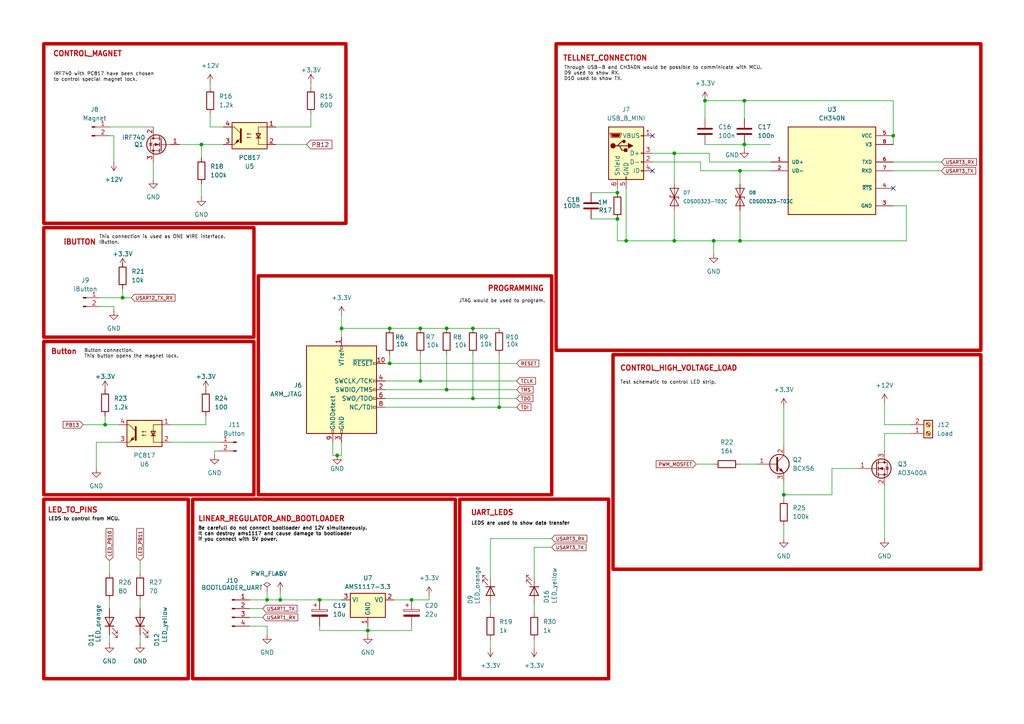
<source format=kicad_sch>
(kicad_sch (version 20250114) (generator "eeschema") (generator_version "9.0")
  (paper "A4")
  (title_block (title "ProgrammLockControl(Peripheria)") (date "2025-11-25") (rev "V2.0") (company "HOMEMADE"))
  (lib_symbols
    (symbol "CH340N:CH340N" (pin_names (offset 1.016))
      (property "Reference" "U" (at -12.7 13.208 0))
      (property "Value" "CH340N" (at -12.7 -15.24 0))
      (symbol "CH340N_0_0"
        (pin bidirectional line (at -17.78 2.54 0) (length 5.08) (name "UD+") (number "1"))
        (pin bidirectional line (at -17.78 0 0) (length 5.08) (name "UD-") (number "2"))
        (pin power_in line (at 17.78 10.16 180) (length 5.08) (name "VCC") (number "5"))
        (pin power_in line (at 17.78 7.62 180) (length 5.08) (name "V3") (number "8"))
        (pin output line (at 17.78 2.54 180) (length 5.08) (name "TXD") (number "6"))
        (pin input line (at 17.78 0 180) (length 5.08) (name "RXD") (number "7"))
        (pin output line (at 17.78 -5.08 180) (length 5.08) (name "~{RTS}") (number "4"))
        (pin power_in line (at 17.78 -10.16 180) (length 5.08) (name "GND") (number "3"))
      )
    )
    (symbol "Connector:Conn_01x02_Pin" (pin_names (offset 1.016) (hide yes))
      (property "Reference" "J" (at 0 2.54 0))
      (property "Value" "Conn_01x02_Pin" (at 0 -5.08 0))
      (symbol "Conn_01x02_Pin_1_1"
        (pin passive line (at 5.08 0 180) (length 3.81) (name "Pin_1") (number "1"))
        (pin passive line (at 5.08 -2.54 180) (length 3.81) (name "Pin_2") (number "2"))
      )
    )
    (symbol "Connector:Conn_01x04_Pin" (pin_names (offset 1.016) (hide yes))
      (property "Reference" "J" (at 0 5.08 0))
      (property "Value" "Conn_01x04_Pin" (at 0 -7.62 0))
      (symbol "Conn_01x04_Pin_1_1"
        (pin passive line (at 5.08 2.54 180) (length 3.81) (name "Pin_1") (number "1"))
        (pin passive line (at 5.08 0 180) (length 3.81) (name "Pin_2") (number "2"))
        (pin passive line (at 5.08 -2.54 180) (length 3.81) (name "Pin_3") (number "3"))
        (pin passive line (at 5.08 -5.08 180) (length 3.81) (name "Pin_4") (number "4"))
      )
    )
    (symbol "Connector:Conn_ARM_JTAG_SWD_10" (pin_names (offset 1.016))
      (property "Reference" "J" (at -2.54 16.51 0))
      (property "Value" "Conn_ARM_JTAG_SWD_10" (at -2.54 13.97 0))
      (symbol "Conn_ARM_JTAG_SWD_10_1_1"
        (pin no_connect line (at -10.16 0 0) (length 2.54) (hide yes) (name "KEY") (number "7"))
        (pin passive line (at -2.54 -15.24 90) (length 2.54) (name "GNDDetect") (number "9"))
        (pin power_in line (at 0 15.24 270) (length 2.54) (name "VTref") (number "1"))
        (pin power_in line (at 0 -15.24 90) (length 2.54) (name "GND") (number "3"))
        (pin passive line (at 0 -15.24 90) (length 2.54) (hide yes) (name "GND") (number "5"))
        (pin open_collector line (at 12.7 7.62 180) (length 2.54) (name "~{RESET}") (number "10"))
        (pin output line (at 12.7 2.54 180) (length 2.54) (name "SWCLK/TCK") (number "4"))
        (pin bidirectional line (at 12.7 0 180) (length 2.54) (name "SWDIO/TMS") (number "2"))
        (pin input line (at 12.7 -2.54 180) (length 2.54) (name "SWO/TDO") (number "6"))
        (pin output line (at 12.7 -5.08 180) (length 2.54) (name "NC/TDI") (number "8"))
      )
    )
    (symbol "Connector:Screw_Terminal_01x02" (pin_names (offset 1.016) (hide yes))
      (property "Reference" "J12" (at 2.54 0.0001 0))
      (property "Value" "Load" (at 2.54 -2.5399 0))
      (symbol "Screw_Terminal_01x02_1_1"
        (pin passive line (at -5.08 0 0) (length 3.81) (name "Pin_1") (number "2"))
        (pin passive line (at -5.08 -2.54 0) (length 3.81) (name "Pin_2") (number "1"))
      )
    )
    (symbol "Connector:USB_B_Micro" (pin_names (offset 1.016))
      (property "Reference" "J" (at -5.08 11.43 0))
      (property "Value" "USB_B_Micro" (at -5.08 8.89 0))
      (symbol "USB_B_Micro_1_1"
        (pin passive line (at -2.54 -10.16 90) (length 2.54) (name "Shield") (number "6"))
        (pin power_out line (at 0 -10.16 90) (length 2.54) (name "GND") (number "5"))
        (pin power_out line (at 7.62 5.08 180) (length 2.54) (name "VBUS") (number "1"))
        (pin bidirectional line (at 7.62 0 180) (length 2.54) (name "D+") (number "3"))
        (pin bidirectional line (at 7.62 -2.54 180) (length 2.54) (name "D-") (number "2"))
        (pin passive line (at 7.62 -5.08 180) (length 2.54) (name "ID") (number "4"))
      )
    )
    (symbol "Device:C" (pin_numbers (hide yes)) (pin_names (offset 0.254))
      (property "Reference" "C" (at 0.635 2.54 0))
      (property "Value" "C" (at 0.635 -2.54 0))
      (symbol "C_1_1"
        (pin passive line (at 0 3.81 270) (length 2.794) (name "~") (number "1"))
        (pin passive line (at 0 -3.81 90) (length 2.794) (name "~") (number "2"))
      )
    )
    (symbol "Device:C_Polarized" (pin_numbers (hide yes)) (pin_names (offset 0.254))
      (property "Reference" "C" (at 0.635 2.54 0))
      (property "Value" "C_Polarized" (at 0.635 -2.54 0))
      (symbol "C_Polarized_1_1"
        (pin passive line (at 0 3.81 270) (length 2.794) (name "~") (number "1"))
        (pin passive line (at 0 -3.81 90) (length 2.794) (name "~") (number "2"))
      )
    )
    (symbol "Device:LED" (pin_numbers (hide yes)) (pin_names (offset 1.016) (hide yes))
      (property "Reference" "D" (at 0 2.54 0))
      (property "Value" "LED" (at 0 -2.54 0))
      (symbol "LED_1_1"
        (pin passive line (at -3.81 0 0) (length 2.54) (name "K") (number "1"))
        (pin passive line (at 3.81 0 180) (length 2.54) (name "A") (number "2"))
      )
    )
    (symbol "Device:R" (pin_numbers (hide yes)) (pin_names (offset 0))
      (property "Reference" "R" (at 2.032 0 90))
      (property "Value" "R" (at 0 0 90))
      (symbol "R_1_1"
        (pin passive line (at 0 3.81 270) (length 1.27) (name "~") (number "1"))
        (pin passive line (at 0 -3.81 90) (length 1.27) (name "~") (number "2"))
      )
    )
    (symbol "Diode:SD05_SOD323" (pin_numbers (hide yes)) (pin_names (offset 1.016) (hide yes))
      (property "Reference" "D" (at 0 2.54 0))
      (property "Value" "SD05_SOD323" (at 0 -2.54 0))
      (symbol "SD05_SOD323_1_1"
        (pin passive line (at -3.81 0 0) (length 2.54) (name "A1") (number "1"))
        (pin passive line (at 3.81 0 180) (length 2.54) (name "A2") (number "2"))
      )
    )
    (symbol "Isolator:PC817" (pin_names (offset 1.016))
      (property "Reference" "U" (at -5.08 5.08 0))
      (property "Value" "PC817" (at 0 5.08 0))
      (symbol "PC817_1_1"
        (pin passive line (at -7.62 2.54 0) (length 2.54) (name "~") (number "1"))
        (pin passive line (at -7.62 -2.54 0) (length 2.54) (name "~") (number "2"))
        (pin passive line (at 7.62 2.54 180) (length 2.54) (name "~") (number "4"))
        (pin passive line (at 7.62 -2.54 180) (length 2.54) (name "~") (number "3"))
      )
    )
    (symbol "Regulator_Linear:AMS1117-3.3"
      (property "Reference" "U" (at -3.81 3.175 0))
      (property "Value" "AMS1117-3.3" (at 0 3.175 0))
      (symbol "AMS1117-3.3_1_1"
        (pin power_in line (at -7.62 0 0) (length 2.54) (name "VI") (number "3"))
        (pin power_in line (at 0 -7.62 90) (length 2.54) (name "GND") (number "1"))
        (pin power_out line (at 7.62 0 180) (length 2.54) (name "VO") (number "2"))
      )
    )
    (symbol "Transistor_BJT:BCX56" (pin_names (offset 0) (hide yes))
      (property "Reference" "Q" (at 5.08 1.905 0))
      (property "Value" "BCX56" (at 5.08 0 0))
      (symbol "BCX56_1_1"
        (pin input line (at -5.08 0 0) (length 2.54) (name "B") (number "1"))
        (pin passive line (at 2.54 5.08 270) (length 2.54) (name "C") (number "2"))
        (pin passive line (at 2.54 -5.08 90) (length 2.54) (name "E") (number "3"))
      )
    )
    (symbol "Transistor_FET:AO3400A" (pin_names (hide yes))
      (property "Reference" "Q" (at 5.08 1.905 0))
      (property "Value" "AO3400A" (at 5.08 0 0))
      (symbol "AO3400A_1_1"
        (pin input line (at -5.08 0 0) (length 2.54) (name "G") (number "1"))
        (pin passive line (at 2.54 5.08 270) (length 2.54) (name "D") (number "3"))
        (pin passive line (at 2.54 -5.08 90) (length 2.54) (name "S") (number "2"))
      )
    )
    (symbol "Transistor_FET:IRF740" (pin_names (hide yes))
      (property "Reference" "Q" (at 5.08 1.905 0))
      (property "Value" "IRF740" (at 5.08 0 0))
      (symbol "IRF740_1_1"
        (pin input line (at -5.08 0 0) (length 2.54) (name "G") (number "1"))
        (pin passive line (at 2.54 5.08 270) (length 2.54) (name "D") (number "2"))
        (pin passive line (at 2.54 -5.08 90) (length 2.54) (name "S") (number "3"))
      )
    )
    (symbol "power:+12V" (power) (pin_numbers (hide yes)) (pin_names (offset 0) (hide yes))
      (property "Value" "+12V" (at 0 3.556 0))
      (symbol "+12V_1_1"
        (pin power_in line (at 0 0 90) (length 0) (name "~") (number "1"))
      )
    )
    (symbol "power:+3.3V" (power) (pin_numbers (hide yes)) (pin_names (offset 0) (hide yes))
      (property "Value" "+3.3V" (at 0 3.556 0))
      (symbol "+3.3V_1_1"
        (pin power_in line (at 0 0 90) (length 0) (name "~") (number "1"))
      )
    )
    (symbol "power:+5V" (power) (pin_numbers (hide yes)) (pin_names (offset 0) (hide yes))
      (property "Value" "+5V" (at 0 3.556 0))
      (symbol "+5V_1_1"
        (pin power_in line (at 0 0 90) (length 0) (name "~") (number "1"))
      )
    )
    (symbol "power:GND" (power) (pin_numbers (hide yes)) (pin_names (offset 0) (hide yes))
      (property "Value" "GND" (at 0 -3.81 0))
      (symbol "GND_1_1"
        (pin power_in line (at 0 0 270) (length 0) (name "~") (number "1"))
      )
    )
    (symbol "power:PWR_FLAG" (power) (pin_numbers (hide yes)) (pin_names (offset 0) (hide yes))
      (property "Value" "PWR_FLAG" (at 0 3.81 0))
      (symbol "PWR_FLAG_0_0"
        (pin power_out line (at 0 0 90) (length 0) (name "~") (number "1"))
      )
    )
  )
  (rectangle (start 177.8 102.87) (end 284.48 165.1) (stroke (width 1) (color 194 0 0 1)))
  (rectangle (start 74.93 80.01) (end 160.02 143.51) (stroke (width 1) (color 194 0 0 1)))
  (rectangle (start 161.29 12.7) (end 284.48 101.6) (stroke (width 1) (color 194 0 0 1)))
  (rectangle (start 12.7 99.06) (end 73.66 143.51) (stroke (width 1) (color 194 0 0 1)))
  (rectangle (start 55.88 144.78) (end 132.08 196.85) (stroke (width 1) (color 194 0 0 1)))
  (rectangle (start 12.7 144.78) (end 54.61 196.85) (stroke (width 1) (color 194 0 0 1)))
  (rectangle (start 12.7 12.7) (end 100.33 64.77) (stroke (width 1) (color 194 0 0 1)))
  (rectangle (start 133.35 144.78) (end 176.53 196.85) (stroke (width 1) (color 194 0 0 1)))
  (rectangle (start 97.79 64.77) (end 97.79 64.77))
  (rectangle (start 12.7 66.04) (end 73.66 97.79) (stroke (width 1) (color 194 0 0 1)))
  (text "Be carefull do not connect bootloader and 12V simultaneously.\nIt can destroy ams1117 and cause damage to bootloader \nif you connect with 5V power. " (at 57.404 154.94 0) (effects (font (size 1 1) (thickness 0.1875)) (justify left)))
  (text "CONTROL_MAGNET" (at 25.4 15.748 0) (effects (font (size 1.5 1.5) (thickness 0.3) (bold yes))))
  (text "LEDS to control from MCU." (at 13.97 150.622 0) (effects (font (size 1 1) (thickness 0.1875)) (justify left)))
  (text "Test schematic to control LED strip. " (at 179.832 110.998 0) (effects (font (size 1 1) (thickness 0.125)) (justify left)))
  (text "JTAG would be used to program." (at 133.096 87.376 0) (effects (font (size 1 1) (thickness 0.125)) (justify left)))
  (text "Button" (at 18.542 102.108 0) (effects (font (size 1.5 1.5) (thickness 0.3) (bold yes))))
  (text "LED_TO_PINS" (at 21.082 148.082 0) (effects (font (size 1.5 1.5) (thickness 0.3) (bold yes))))
  (text "TELLNET_CONNECTION" (at 175.514 17.018 0) (effects (font (size 1.5 1.5) (thickness 0.3) (bold yes))))
  (text "IRF740 with PC817 have been chosen\nto control special magnet lock. " (at 15.494 22.352 0) (effects (font (size 1 1) (thickness 0.125)) (justify left)))
  (text "Button connection.\nThis button opens the magnet lock." (at 24.384 102.616 0) (effects (font (size 1 1) (thickness 0.125)) (justify left)))
  (text "Through USB-B and CH340N would be possible to comminicate with MCU.\nD9 used to show RX.\nD10 used to show TX." (at 163.576 21.336 0) (effects (font (size 1 1) (thickness 0.125)) (justify left)))
  (text "UART_LEDS" (at 142.748 148.844 0) (effects (font (size 1.5 1.5) (thickness 0.3) (bold yes))))
  (text "LINEAR_REGULATOR_AND_BOOTLOADER" (at 78.74 150.622 0) (effects (font (size 1.5 1.5) (thickness 0.3) (bold yes))))
  (text "LEDS are used to show data transfer" (at 136.652 151.892 0) (effects (font (size 1 1) (thickness 0.1875)) (justify left)))
  (text "PROGRAMMING" (at 149.606 83.82 0) (effects (font (size 1.5 1.5) (thickness 0.3) (bold yes))))
  (text "iBUTTON" (at 23.114 70.358 0) (effects (font (size 1.5 1.5) (thickness 0.3) (bold yes))))
  (text "This connection is used as ONE WIRE interface.\nIButton." (at 28.702 69.596 0) (effects (font (size 1 1) (thickness 0.125)) (justify left)))
  (text "CONTROL_HIGH_VOLTAGE_LOAD" (at 196.85 106.934 0) (effects (font (size 1.5 1.5) (thickness 0.3) (bold yes))))
  (junction (at 137.16 115.57))
  (junction (at 179.07 63.5))
  (junction (at 195.58 69.85))
  (junction (at 99.06 95.25))
  (junction (at 259.08 39.37))
  (junction (at 113.03 105.41))
  (junction (at 97.79 132.08))
  (junction (at 106.68 182.88))
  (junction (at 179.07 55.88))
  (junction (at 195.58 44.45))
  (junction (at 77.47 173.99))
  (junction (at 58.42 41.91))
  (junction (at 113.03 95.25))
  (junction (at 119.38 173.99))
  (junction (at 81.28 173.99))
  (junction (at 181.61 69.85))
  (junction (at 129.54 113.03))
  (junction (at 137.16 95.25))
  (junction (at 204.47 29.21))
  (junction (at 30.48 123.19))
  (junction (at 92.71 173.99))
  (junction (at 121.92 110.49))
  (junction (at 129.54 95.25))
  (junction (at 144.78 118.11))
  (junction (at 214.63 69.85))
  (junction (at 215.9 41.91))
  (junction (at 121.92 95.25))
  (junction (at 207.01 69.85))
  (junction (at 215.9 29.21))
  (junction (at 35.56 86.36))
  (junction (at 214.63 49.53))
  (junction (at 227.33 143.51))
  (no_connect (at 189.23 39.37))
  (no_connect (at 189.23 49.53))
  (no_connect (at 259.08 54.61))
  (wire (pts (xy 195.58 60.96) (xy 195.58 69.85)))
  (wire (pts (xy 256.54 116.84) (xy 256.54 123.19)))
  (wire (pts (xy 129.54 95.25) (xy 137.16 95.25)))
  (wire (pts (xy 29.21 86.36) (xy 35.56 86.36)))
  (wire (pts (xy 31.75 162.56) (xy 31.75 166.37)))
  (wire (pts (xy 40.64 173.99) (xy 40.64 176.53)))
  (wire (pts (xy 256.54 123.19) (xy 264.16 123.19)))
  (wire (pts (xy 27.94 128.27) (xy 27.94 135.89)))
  (wire (pts (xy 203.2 49.53) (xy 214.63 49.53)))
  (wire (pts (xy 35.56 86.36) (xy 38.1 86.36)))
  (wire (pts (xy 215.9 29.21) (xy 215.9 34.29)))
  (wire (pts (xy 80.01 36.83) (xy 90.17 36.83)))
  (wire (pts (xy 129.54 113.03) (xy 149.86 113.03)))
  (wire (pts (xy 59.69 120.65) (xy 59.69 123.19)))
  (wire (pts (xy 214.63 60.96) (xy 214.63 69.85)))
  (wire (pts (xy 72.39 179.07) (xy 76.2 179.07)))
  (wire (pts (xy 181.61 69.85) (xy 195.58 69.85)))
  (wire (pts (xy 195.58 44.45) (xy 205.74 44.45)))
  (wire (pts (xy 40.64 184.15) (xy 40.64 186.69)))
  (wire (pts (xy 113.03 95.25) (xy 121.92 95.25)))
  (wire (pts (xy 24.13 123.19) (xy 30.48 123.19)))
  (wire (pts (xy 205.74 46.99) (xy 223.52 46.99)))
  (wire (pts (xy 227.33 143.51) (xy 241.3 143.51)))
  (wire (pts (xy 215.9 41.91) (xy 215.9 43.18)))
  (wire (pts (xy 201.93 134.62) (xy 207.01 134.62)))
  (wire (pts (xy 171.45 63.5) (xy 179.07 63.5)))
  (wire (pts (xy 154.94 158.75) (xy 160.02 158.75)))
  (wire (pts (xy 189.23 44.45) (xy 195.58 44.45)))
  (wire (pts (xy 58.42 41.91) (xy 64.77 41.91)))
  (wire (pts (xy 60.96 24.13) (xy 60.96 25.4)))
  (wire (pts (xy 111.76 118.11) (xy 144.78 118.11)))
  (wire (pts (xy 49.53 128.27) (xy 63.5 128.27)))
  (wire (pts (xy 96.52 132.08) (xy 97.79 132.08)))
  (wire (pts (xy 142.24 156.21) (xy 160.02 156.21)))
  (wire (pts (xy 214.63 69.85) (xy 207.01 69.85)))
  (wire (pts (xy 111.76 115.57) (xy 137.16 115.57)))
  (wire (pts (xy 60.96 33.02) (xy 60.96 36.83)))
  (wire (pts (xy 121.92 110.49) (xy 149.86 110.49)))
  (wire (pts (xy 33.02 88.9) (xy 33.02 90.17)))
  (wire (pts (xy 77.47 181.61) (xy 77.47 184.15)))
  (wire (pts (xy 63.5 130.81) (xy 62.23 130.81)))
  (wire (pts (xy 259.08 49.53) (xy 273.05 49.53)))
  (wire (pts (xy 144.78 118.11) (xy 149.86 118.11)))
  (wire (pts (xy 256.54 140.97) (xy 256.54 156.21)))
  (wire (pts (xy 29.21 88.9) (xy 33.02 88.9)))
  (wire (pts (xy 119.38 173.99) (xy 124.46 173.99)))
  (wire (pts (xy 81.28 171.45) (xy 81.28 173.99)))
  (wire (pts (xy 77.47 173.99) (xy 81.28 173.99)))
  (wire (pts (xy 35.56 83.82) (xy 35.56 86.36)))
  (wire (pts (xy 241.3 135.89) (xy 248.92 135.89)))
  (wire (pts (xy 62.23 130.81) (xy 62.23 132.08)))
  (wire (pts (xy 92.71 181.61) (xy 92.71 182.88)))
  (wire (pts (xy 90.17 24.13) (xy 90.17 25.4)))
  (wire (pts (xy 259.08 39.37) (xy 259.08 41.91)))
  (wire (pts (xy 142.24 175.26) (xy 142.24 177.8)))
  (wire (pts (xy 44.45 46.99) (xy 44.45 52.07)))
  (wire (pts (xy 181.61 54.61) (xy 181.61 69.85)))
  (wire (pts (xy 142.24 156.21) (xy 142.24 167.64)))
  (wire (pts (xy 207.01 69.85) (xy 207.01 73.66)))
  (wire (pts (xy 90.17 36.83) (xy 90.17 33.02)))
  (wire (pts (xy 58.42 53.34) (xy 58.42 57.15)))
  (wire (pts (xy 227.33 143.51) (xy 227.33 144.78)))
  (wire (pts (xy 119.38 181.61) (xy 119.38 182.88)))
  (wire (pts (xy 33.02 39.37) (xy 33.02 46.99)))
  (wire (pts (xy 72.39 176.53) (xy 76.2 176.53)))
  (wire (pts (xy 99.06 95.25) (xy 113.03 95.25)))
  (wire (pts (xy 99.06 91.44) (xy 99.06 95.25)))
  (wire (pts (xy 52.07 41.91) (xy 58.42 41.91)))
  (wire (pts (xy 27.94 128.27) (xy 34.29 128.27)))
  (wire (pts (xy 124.46 172.72) (xy 124.46 173.99)))
  (wire (pts (xy 204.47 41.91) (xy 215.9 41.91)))
  (wire (pts (xy 80.01 41.91) (xy 88.9 41.91)))
  (wire (pts (xy 227.33 139.7) (xy 227.33 143.51)))
  (wire (pts (xy 241.3 143.51) (xy 241.3 135.89)))
  (wire (pts (xy 214.63 69.85) (xy 262.89 69.85)))
  (wire (pts (xy 171.45 55.88) (xy 179.07 55.88)))
  (wire (pts (xy 137.16 102.87) (xy 137.16 115.57)))
  (wire (pts (xy 215.9 41.91) (xy 223.52 41.91)))
  (wire (pts (xy 214.63 49.53) (xy 223.52 49.53)))
  (wire (pts (xy 189.23 46.99) (xy 203.2 46.99)))
  (wire (pts (xy 111.76 105.41) (xy 113.03 105.41)))
  (wire (pts (xy 259.08 29.21) (xy 259.08 39.37)))
  (wire (pts (xy 49.53 123.19) (xy 59.69 123.19)))
  (wire (pts (xy 205.74 44.45) (xy 205.74 46.99)))
  (wire (pts (xy 99.06 95.25) (xy 99.06 97.79)))
  (wire (pts (xy 92.71 182.88) (xy 106.68 182.88)))
  (wire (pts (xy 60.96 36.83) (xy 64.77 36.83)))
  (wire (pts (xy 58.42 41.91) (xy 58.42 45.72)))
  (wire (pts (xy 77.47 171.45) (xy 77.47 173.99)))
  (wire (pts (xy 195.58 44.45) (xy 195.58 53.34)))
  (wire (pts (xy 144.78 102.87) (xy 144.78 118.11)))
  (wire (pts (xy 154.94 175.26) (xy 154.94 177.8)))
  (wire (pts (xy 99.06 132.08) (xy 97.79 132.08)))
  (wire (pts (xy 214.63 134.62) (xy 219.71 134.62)))
  (wire (pts (xy 179.07 69.85) (xy 181.61 69.85)))
  (wire (pts (xy 96.52 128.27) (xy 96.52 132.08)))
  (wire (pts (xy 31.75 184.15) (xy 31.75 186.69)))
  (wire (pts (xy 204.47 29.21) (xy 215.9 29.21)))
  (wire (pts (xy 106.68 181.61) (xy 106.68 182.88)))
  (wire (pts (xy 215.9 29.21) (xy 259.08 29.21)))
  (wire (pts (xy 113.03 102.87) (xy 113.03 105.41)))
  (wire (pts (xy 137.16 115.57) (xy 149.86 115.57)))
  (wire (pts (xy 30.48 123.19) (xy 34.29 123.19)))
  (wire (pts (xy 72.39 181.61) (xy 77.47 181.61)))
  (wire (pts (xy 262.89 69.85) (xy 262.89 59.69)))
  (wire (pts (xy 72.39 173.99) (xy 77.47 173.99)))
  (wire (pts (xy 204.47 29.21) (xy 204.47 34.29)))
  (wire (pts (xy 113.03 105.41) (xy 149.86 105.41)))
  (wire (pts (xy 121.92 95.25) (xy 129.54 95.25)))
  (wire (pts (xy 262.89 59.69) (xy 259.08 59.69)))
  (wire (pts (xy 154.94 185.42) (xy 154.94 187.96)))
  (wire (pts (xy 121.92 102.87) (xy 121.92 110.49)))
  (wire (pts (xy 227.33 152.4) (xy 227.33 156.21)))
  (wire (pts (xy 92.71 173.99) (xy 99.06 173.99)))
  (wire (pts (xy 227.33 118.11) (xy 227.33 129.54)))
  (wire (pts (xy 119.38 182.88) (xy 106.68 182.88)))
  (wire (pts (xy 195.58 69.85) (xy 207.01 69.85)))
  (wire (pts (xy 35.56 76.2) (xy 35.56 77.47)))
  (wire (pts (xy 179.07 54.61) (xy 179.07 55.88)))
  (wire (pts (xy 40.64 162.56) (xy 40.64 166.37)))
  (wire (pts (xy 256.54 125.73) (xy 256.54 130.81)))
  (wire (pts (xy 30.48 120.65) (xy 30.48 123.19)))
  (wire (pts (xy 111.76 110.49) (xy 121.92 110.49)))
  (wire (pts (xy 31.75 173.99) (xy 31.75 176.53)))
  (wire (pts (xy 214.63 49.53) (xy 214.63 53.34)))
  (wire (pts (xy 203.2 46.99) (xy 203.2 49.53)))
  (wire (pts (xy 154.94 167.64) (xy 154.94 158.75)))
  (wire (pts (xy 31.75 36.83) (xy 44.45 36.83)))
  (wire (pts (xy 114.3 173.99) (xy 119.38 173.99)))
  (wire (pts (xy 81.28 173.99) (xy 92.71 173.99)))
  (wire (pts (xy 33.02 39.37) (xy 31.75 39.37)))
  (wire (pts (xy 142.24 185.42) (xy 142.24 187.96)))
  (wire (pts (xy 111.76 113.03) (xy 129.54 113.03)))
  (wire (pts (xy 264.16 125.73) (xy 256.54 125.73)))
  (wire (pts (xy 99.06 128.27) (xy 99.06 132.08)))
  (wire (pts (xy 106.68 182.88) (xy 106.68 184.15)))
  (wire (pts (xy 137.16 95.25) (xy 144.78 95.25)))
  (wire (pts (xy 129.54 102.87) (xy 129.54 113.03)))
  (wire (pts (xy 259.08 46.99) (xy 273.05 46.99)))
  (wire (pts (xy 179.07 63.5) (xy 179.07 69.85)))
  (global_label "USART1_RX" (shape input) (at 76.2 179.07 0) (effects (font (size 1 1))) (property "Intersheetrefs" "${INTERSHEET_REFS}" (effects (hide yes))))
  (global_label "USART3_RX" (shape input) (at 273.05 46.99 0) (effects (font (size 1 1))) (property "Intersheetrefs" "${INTERSHEET_REFS}" (effects (hide yes))))
  (global_label "TCLK" (shape input) (at 149.86 110.49 0) (effects (font (size 1 1))) (property "Intersheetrefs" "${INTERSHEET_REFS}" (effects (hide yes))))
  (global_label "USART3_TX" (shape input) (at 273.05 49.53 0) (effects (font (size 1 1))) (property "Intersheetrefs" "${INTERSHEET_REFS}" (effects (hide yes))))
  (global_label "PB12" (shape input) (at 88.9 41.91 0) (property "Intersheetrefs" "${INTERSHEET_REFS}" (effects (hide yes))))
  (global_label "PB13" (shape input) (at 24.13 123.19 180) (effects (font (size 1 1))) (property "Intersheetrefs" "${INTERSHEET_REFS}" (effects (hide yes))))
  (global_label "TMS" (shape input) (at 149.86 113.03 0) (effects (font (size 1 1))) (property "Intersheetrefs" "${INTERSHEET_REFS}" (effects (hide yes))))
  (global_label "USART3_TX" (shape input) (at 160.02 158.75 0) (effects (font (size 1 1))) (property "Intersheetrefs" "${INTERSHEET_REFS}" (effects (hide yes))))
  (global_label "LED_PB11" (shape input) (at 40.64 162.56 90) (effects (font (size 1 1))) (property "Intersheetrefs" "${INTERSHEET_REFS}" (effects (hide yes))))
  (global_label "USART3_RX" (shape input) (at 160.02 156.21 0) (effects (font (size 1 1))) (property "Intersheetrefs" "${INTERSHEET_REFS}" (effects (hide yes))))
  (global_label "TDI" (shape input) (at 149.86 118.11 0) (effects (font (size 1 1))) (property "Intersheetrefs" "${INTERSHEET_REFS}" (effects (hide yes))))
  (global_label "TDO" (shape input) (at 149.86 115.57 0) (effects (font (size 1 1))) (property "Intersheetrefs" "${INTERSHEET_REFS}" (effects (hide yes))))
  (global_label "LED_PB10" (shape input) (at 31.75 162.56 90) (effects (font (size 1 1))) (property "Intersheetrefs" "${INTERSHEET_REFS}" (effects (hide yes))))
  (global_label "USART2_TX_RX" (shape input) (at 38.1 86.36 0) (effects (font (size 1 1))) (property "Intersheetrefs" "${INTERSHEET_REFS}" (effects (hide yes))))
  (global_label "RESET" (shape input) (at 149.86 105.41 0) (effects (font (size 1 1))) (property "Intersheetrefs" "${INTERSHEET_REFS}" (effects (hide yes))))
  (global_label "USART1_TX" (shape input) (at 76.2 176.53 0) (effects (font (size 1 1))) (property "Intersheetrefs" "${INTERSHEET_REFS}" (effects (hide yes))))
  (global_label "PWM_MOSFET" (shape input) (at 201.93 134.62 180) (effects (font (size 1 1))) (property "Intersheetrefs" "${INTERSHEET_REFS}" (effects (hide yes))))
  (symbol (lib_id "power:+3.3V") (at 59.69 113.03 0) (unit 1)
    (property "Reference" "#PWR048" (effects (hide yes)))
    (property "Value" "+3.3V" (at 59.69 109.22 0))
    (property "Description" "Power symbol creates a global label with name \"+3.3V\"" (effects (hide yes)))
  )
  (symbol (lib_id "Device:LED") (at 31.75 180.34 90) (unit 1)
    (property "Reference" "D11" (at 26.416 183.642 0) (effects (justify right)))
    (property "Value" "LED_orange" (at 28.448 175.26 0) (effects (justify right)))
    (property "Footprint" "LED_SMD:LED_1206_3216Metric" (effects (hide yes)))
    (property "Description" "Light emitting diode" (effects (hide yes)))
    (property "Sim.Pins" "1=K 2=A" (effects (hide yes)))
  )
  (symbol (lib_id "Device:R") (at 142.24 181.61 0) (unit 1)
    (property "Reference" "R19" (at 144.78 180.3399 0) (effects (justify left)))
    (property "Value" "1k" (at 144.78 182.8799 0) (effects (justify left)))
    (property "Footprint" "Resistor_SMD:R_1206_3216Metric_Pad1.30x1.75mm_HandSolder" (effects (hide yes)))
    (property "Description" "Resistor" (effects (hide yes)))
  )
  (symbol (lib_id "Device:LED") (at 40.64 180.34 90) (unit 1)
    (property "Reference" "D12" (at 45.466 183.642 0) (effects (justify right)))
    (property "Value" "LED_yellow" (at 47.752 186.436 0) (effects (justify left)))
    (property "Footprint" "LED_SMD:LED_1206_3216Metric" (effects (hide yes)))
    (property "Description" "Light emitting diode" (effects (hide yes)))
    (property "Sim.Pins" "1=K 2=A" (effects (hide yes)))
  )
  (symbol (lib_id "power:GND") (at 40.64 186.69 0) (unit 1)
    (property "Reference" "#PWR054" (effects (hide yes)))
    (property "Value" "GND" (at 40.64 191.77 0))
    (property "Description" "Power symbol creates a global label with name \"GND\" , ground" (effects (hide yes)))
  )
  (symbol (lib_id "Device:LED") (at 154.94 171.45 270) (unit 1)
    (property "Reference" "D16" (at 158.496 175.006 0) (effects (justify right)))
    (property "Value" "LED_yellow" (at 160.782 164.592 0) (effects (justify left)))
    (property "Footprint" "LED_SMD:LED_1206_3216Metric" (effects (hide yes)))
    (property "Description" "Light emitting diode" (effects (hide yes)))
    (property "Sim.Pins" "1=K 2=A" (effects (hide yes)))
  )
  (symbol (lib_id "power:+3.3V") (at 154.94 187.96 180) (unit 1)
    (property "Reference" "#PWR062" (effects (hide yes)))
    (property "Value" "+3.3V" (at 154.94 193.04 0))
    (property "Description" "Power symbol creates a global label with name \"+3.3V\"" (effects (hide yes)))
  )
  (symbol (lib_id "power:GND") (at 62.23 132.08 0) (mirror y) (unit 1)
    (property "Reference" "#PWR051" (effects (hide yes)))
    (property "Value" "GND" (at 62.23 137.16 0))
    (property "Description" "Power symbol creates a global label with name \"GND\" , ground" (effects (hide yes)))
  )
  (symbol (lib_id "power:GND") (at 33.02 90.17 0) (unit 1)
    (property "Reference" "#PWR044" (effects (hide yes)))
    (property "Value" "GND" (at 33.02 95.25 0))
    (property "Description" "Power symbol creates a global label with name \"GND\" , ground" (effects (hide yes)))
  )
  (symbol (lib_id "Device:R") (at 144.78 99.06 0) (unit 1)
    (property "Reference" "R10" (at 146.558 97.79 0) (effects (justify left)))
    (property "Value" "10k" (at 146.812 99.822 0) (effects (justify left)))
    (property "Footprint" "Resistor_SMD:R_1206_3216Metric_Pad1.30x1.75mm_HandSolder" (effects (hide yes)))
    (property "Description" "Resistor" (effects (hide yes)))
  )
  (symbol (lib_id "Device:R") (at 30.48 116.84 0) (unit 1)
    (property "Reference" "R23" (at 33.02 115.5699 0) (effects (justify left)))
    (property "Value" "1.2k" (at 33.02 118.1099 0) (effects (justify left)))
    (property "Footprint" "Resistor_SMD:R_1206_3216Metric_Pad1.30x1.75mm_HandSolder" (effects (hide yes)))
    (property "Description" "Resistor" (effects (hide yes)))
  )
  (symbol (lib_id "Device:R") (at 40.64 170.18 0) (unit 1)
    (property "Reference" "R27" (at 43.18 168.9099 0) (effects (justify left)))
    (property "Value" "70" (at 43.18 171.4499 0) (effects (justify left)))
    (property "Footprint" "Resistor_SMD:R_1206_3216Metric_Pad1.30x1.75mm_HandSolder" (effects (hide yes)))
    (property "Description" "Resistor" (effects (hide yes)))
  )
  (symbol (lib_id "Connector:Conn_01x04_Pin") (at 67.31 176.53 0) (unit 1)
    (property "Reference" "J10" (at 67.31 168.402 0))
    (property "Value" "BOOTLOADER_UART" (at 67.31 170.434 0))
    (property "Footprint" "Connector_PinHeader_2.54mm:PinHeader_1x04_P2.54mm_Vertical" (effects (hide yes)))
    (property "Description" "Generic connector, single row, 01x04, script generated" (effects (hide yes)))
  )
  (symbol (lib_id "power:+3.3V") (at 142.24 187.96 180) (unit 1)
    (property "Reference" "#PWR041" (effects (hide yes)))
    (property "Value" "+3.3V" (at 142.24 193.04 0))
    (property "Description" "Power symbol creates a global label with name \"+3.3V\"" (effects (hide yes)))
  )
  (symbol (lib_id "power:GND") (at 77.47 184.15 0) (unit 1)
    (property "Reference" "#PWR057" (effects (hide yes)))
    (property "Value" "GND" (at 77.47 189.23 0))
    (property "Description" "Power symbol creates a global label with name \"GND\" , ground" (effects (hide yes)))
  )
  (symbol (lib_id "Isolator:PC817") (at 72.39 39.37 0) (mirror y) (unit 1)
    (property "Reference" "U5" (at 72.39 48.26 0))
    (property "Value" "PC817" (at 72.39 45.72 0))
    (property "Footprint" "Package_DIP:SMDIP-4_W7.62mm" (effects (hide yes)))
    (property "Datasheet" "http://www.soselectronic.cz/a_info/resource/d/pc817.pdf" (effects (hide yes)))
    (property "Description" "DC Optocoupler, Vce 35V, CTR 50-300%, DIP-4" (effects (hide yes)))
  )
  (symbol (lib_id "Device:R") (at 31.75 170.18 0) (unit 1)
    (property "Reference" "R26" (at 34.29 168.9099 0) (effects (justify left)))
    (property "Value" "80" (at 34.29 171.4499 0) (effects (justify left)))
    (property "Footprint" "Resistor_SMD:R_1206_3216Metric_Pad1.30x1.75mm_HandSolder" (effects (hide yes)))
    (property "Description" "Resistor" (effects (hide yes)))
  )
  (symbol (lib_id "Transistor_FET:IRF740") (at 46.99 41.91 0) (mirror y) (unit 1)
    (property "Reference" "Q1" (at 41.656 41.91 0) (effects (justify left)))
    (property "Value" "IRF740" (at 42.164 39.878 0) (effects (justify left)))
    (property "Footprint" "Package_TO_SOT_THT:TO-220-3_Vertical" (effects (hide yes)))
    (property "Datasheet" "http://www.vishay.com/docs/91054/91054.pdf" (effects (hide yes)))
    (property "Description" "10A Id, 400V Vds, N-Channel Power MOSFET, 500mOhm Rds, TO-220AB" (effects (hide yes)))
  )
  (symbol (lib_id "power:+3.3V") (at 227.33 118.11 0) (unit 1)
    (property "Reference" "#PWR046" (effects (hide yes)))
    (property "Value" "+3.3V" (at 227.33 113.03 0))
    (property "Description" "Power symbol creates a global label with name \"+3.3V\"" (effects (hide yes)))
  )
  (symbol (lib_id "Device:LED") (at 142.24 171.45 270) (unit 1)
    (property "Reference" "D9" (at 136.398 175.26 0) (effects (justify right)))
    (property "Value" "LED_orange" (at 138.43 175.26 0) (effects (justify right)))
    (property "Footprint" "LED_SMD:LED_1206_3216Metric" (effects (hide yes)))
    (property "Description" "Light emitting diode" (effects (hide yes)))
    (property "Sim.Pins" "1=K 2=A" (effects (hide yes)))
  )
  (symbol (lib_id "power:+3.3V") (at 124.46 172.72 0) (unit 1)
    (property "Reference" "#PWR060" (effects (hide yes)))
    (property "Value" "+3.3V" (at 124.46 167.64 0))
    (property "Description" "Power symbol creates a global label with name \"+3.3V\"" (effects (hide yes)))
  )
  (symbol (lib_id "power:+3.3V") (at 90.17 24.13 0) (unit 1)
    (property "Reference" "#PWR034" (effects (hide yes)))
    (property "Value" "+3.3V" (at 90.17 20.32 0))
    (property "Description" "Power symbol creates a global label with name \"+3.3V\"" (effects (hide yes)))
  )
  (symbol (lib_id "Device:C_Polarized") (at 92.71 177.8 0) (unit 1)
    (property "Reference" "C19" (at 96.52 175.6409 0) (effects (justify left)))
    (property "Value" "10u" (at 96.52 178.1809 0) (effects (justify left)))
    (property "Footprint" "Capacitor_Tantalum_SMD:CP_EIA-3216-12_Kemet-S_HandSolder" (effects (hide yes)))
    (property "Description" "Polarized capacitor" (effects (hide yes)))
  )
  (symbol (lib_id "Connector:Conn_ARM_JTAG_SWD_10") (at 99.06 113.03 0) (unit 1)
    (property "Reference" "J6" (at 87.63 111.7599 0) (effects (justify right)))
    (property "Value" "ARM_JTAG" (at 87.63 114.2999 0) (effects (justify right)))
    (property "Footprint" "Connector_PinHeader_2.54mm:PinHeader_2x05_P2.54mm_Vertical" (effects (hide yes)))
    (property "Datasheet" "http://infocenter.arm.com/help/topic/com.arm.doc.ddi0314h/DDI0314H_coresight_components_trm.pdf" (effects (hide yes)))
    (property "Description" "Cortex Debug Connector, standard ARM Cortex-M SWD and JTAG interface" (effects (hide yes)))
  )
  (symbol (lib_id "power:PWR_FLAG") (at 77.47 171.45 0) (unit 1)
    (property "Reference" "#FLG04" (effects (hide yes)))
    (property "Value" "PWR_FLAG" (at 77.47 166.37 0))
    (property "Description" "Special symbol for telling ERC where power comes from" (effects (hide yes)))
  )
  (symbol (lib_id "Connector:Conn_01x02_Pin") (at 26.67 36.83 0) (unit 1)
    (property "Reference" "J8" (at 27.432 31.75 0))
    (property "Value" "Magnet" (at 27.432 34.29 0))
    (property "Footprint" "Connector_Phoenix_MC:PhoenixContact_MC_1,5_2-G-3.5_1x02_P3.50mm_Horizontal" (effects (hide yes)))
    (property "Description" "Generic connector, single row, 01x02, script generated" (effects (hide yes)))
  )
  (symbol (lib_id "power:+12V") (at 33.02 46.99 180) (unit 1)
    (property "Reference" "#PWR037" (effects (hide yes)))
    (property "Value" "+12V" (at 33.02 52.07 0))
    (property "Description" "Power symbol creates a global label with name \"+12V\"" (effects (hide yes)))
  )
  (symbol (lib_id "Device:C") (at 204.47 38.1 0) (unit 1)
    (property "Reference" "C16" (at 208.28 36.8299 0) (effects (justify left)))
    (property "Value" "100n" (at 208.28 39.3699 0) (effects (justify left)))
    (property "Footprint" "Capacitor_SMD:C_1206_3216Metric_Pad1.33x1.80mm_HandSolder" (effects (hide yes)))
    (property "Description" "Unpolarized capacitor" (effects (hide yes)))
  )
  (symbol (lib_id "Connector:Conn_01x02_Pin") (at 24.13 86.36 0) (unit 1)
    (property "Reference" "J9" (at 24.765 81.28 0))
    (property "Value" "iButton" (at 24.765 83.82 0))
    (property "Footprint" "Connector_Phoenix_MC:PhoenixContact_MC_1,5_2-G-3.5_1x02_P3.50mm_Horizontal" (effects (hide yes)))
    (property "Description" "Generic connector, single row, 01x02, script generated" (effects (hide yes)))
  )
  (symbol (lib_id "power:GND") (at 97.79 132.08 0) (unit 1)
    (property "Reference" "#PWR032" (effects (hide yes)))
    (property "Value" "GND" (at 97.79 135.89 0))
    (property "Description" "Power symbol creates a global label with name \"GND\" , ground" (effects (hide yes)))
  )
  (symbol (lib_id "Device:R") (at 121.92 99.06 0) (unit 1)
    (property "Reference" "R7" (at 123.444 97.79 0) (effects (justify left)))
    (property "Value" "10k" (at 123.698 100.076 0) (effects (justify left)))
    (property "Footprint" "Resistor_SMD:R_1206_3216Metric_Pad1.30x1.75mm_HandSolder" (effects (hide yes)))
    (property "Description" "Resistor" (effects (hide yes)))
  )
  (symbol (lib_id "Device:R") (at 210.82 134.62 90) (unit 1)
    (property "Reference" "R22" (at 210.82 128.27 90))
    (property "Value" "16k" (at 210.82 130.81 90))
    (property "Footprint" "Resistor_SMD:R_1206_3216Metric_Pad1.30x1.75mm_HandSolder" (effects (hide yes)))
    (property "Description" "Resistor" (effects (hide yes)))
  )
  (symbol (lib_id "Device:R") (at 179.07 59.69 180) (unit 1)
    (property "Reference" "R17" (at 177.546 60.96 0) (effects (justify left)))
    (property "Value" "1M" (at 176.276 58.674 0) (effects (justify left)))
    (property "Footprint" "Resistor_SMD:R_1206_3216Metric_Pad1.30x1.75mm_HandSolder" (effects (hide yes)))
    (property "Description" "Resistor" (effects (hide yes)))
  )
  (symbol (lib_id "power:GND") (at 215.9 43.18 0) (unit 1)
    (property "Reference" "#PWR036" (effects (hide yes)))
    (property "Value" "GND" (at 212.344 44.958 0))
    (property "Description" "Power symbol creates a global label with name \"GND\" , ground" (effects (hide yes)))
  )
  (symbol (lib_id "Transistor_FET:AO3400A") (at 254 135.89 0) (unit 1)
    (property "Reference" "Q3" (at 260.35 134.6199 0) (effects (justify left)))
    (property "Value" "AO3400A" (at 260.35 137.1599 0) (effects (justify left)))
    (property "Footprint" "Package_TO_SOT_SMD:SOT-23_Handsoldering" (effects (hide yes)))
    (property "Datasheet" "http://www.aosmd.com/pdfs/datasheet/AO3400A.pdf" (effects (hide yes)))
    (property "Description" "30V Vds, 5.7A Id, N-Channel MOSFET, SOT-23" (effects (hide yes)))
  )
  (symbol (lib_id "Device:R") (at 113.03 99.06 0) (unit 1)
    (property "Reference" "R6" (at 114.554 97.79 0) (effects (justify left)))
    (property "Value" "10k" (at 114.808 99.822 0) (effects (justify left)))
    (property "Footprint" "Resistor_SMD:R_1206_3216Metric_Pad1.30x1.75mm_HandSolder" (effects (hide yes)))
    (property "Description" "Resistor" (effects (hide yes)))
  )
  (symbol (lib_id "power:+5V") (at 81.28 171.45 0) (unit 1)
    (property "Reference" "#PWR058" (effects (hide yes)))
    (property "Value" "+5V" (at 81.28 166.37 0))
    (property "Description" "Power symbol creates a global label with name \"+5V\"" (effects (hide yes)))
  )
  (symbol (lib_id "power:+3.3V") (at 35.56 77.47 0) (unit 1)
    (property "Reference" "#PWR043" (effects (hide yes)))
    (property "Value" "+3.3V" (at 35.56 73.66 0))
    (property "Description" "Power symbol creates a global label with name \"+3.3V\"" (effects (hide yes)))
  )
  (symbol (lib_id "Connector:Conn_01x02_Pin") (at 68.58 128.27 0) (mirror y) (unit 1)
    (property "Reference" "J11" (at 67.945 123.19 0))
    (property "Value" "Button" (at 67.945 125.73 0))
    (property "Footprint" "Connector_Phoenix_MC:PhoenixContact_MC_1,5_2-G-3.5_1x02_P3.50mm_Horizontal" (effects (hide yes)))
    (property "Description" "Generic connector, single row, 01x02, script generated" (effects (hide yes)))
  )
  (symbol (lib_id "Device:R") (at 129.54 99.06 0) (unit 1)
    (property "Reference" "R8" (at 131.318 97.79 0) (effects (justify left)))
    (property "Value" "10k" (at 131.826 100.076 0) (effects (justify left)))
    (property "Footprint" "Resistor_SMD:R_1206_3216Metric_Pad1.30x1.75mm_HandSolder" (effects (hide yes)))
    (property "Description" "Resistor" (effects (hide yes)))
  )
  (symbol (lib_id "power:+3.3V") (at 204.47 29.21 0) (unit 1)
    (property "Reference" "#PWR033" (effects (hide yes)))
    (property "Value" "+3.3V" (at 204.47 24.13 0))
    (property "Description" "Power symbol creates a global label with name \"+3.3V\"" (effects (hide yes)))
  )
  (symbol (lib_id "power:GND") (at 256.54 156.21 0) (unit 1)
    (property "Reference" "#PWR050" (effects (hide yes)))
    (property "Value" "GND" (at 256.54 161.29 0))
    (property "Description" "Power symbol creates a global label with name \"GND\" , ground" (effects (hide yes)))
  )
  (symbol (lib_id "Device:R") (at 154.94 181.61 0) (unit 1)
    (property "Reference" "R30" (at 157.48 180.3399 0) (effects (justify left)))
    (property "Value" "1k" (at 157.48 182.8799 0) (effects (justify left)))
    (property "Footprint" "Resistor_SMD:R_1206_3216Metric_Pad1.30x1.75mm_HandSolder" (effects (hide yes)))
    (property "Description" "Resistor" (effects (hide yes)))
  )
  (symbol (lib_id "Device:R") (at 137.16 99.06 0) (unit 1)
    (property "Reference" "R9" (at 138.938 97.79 0) (effects (justify left)))
    (property "Value" "10k" (at 139.192 99.822 0) (effects (justify left)))
    (property "Footprint" "Resistor_SMD:R_1206_3216Metric_Pad1.30x1.75mm_HandSolder" (effects (hide yes)))
    (property "Description" "Resistor" (effects (hide yes)))
  )
  (symbol (lib_id "Connector:Screw_Terminal_01x02") (at 269.24 123.19 0) (unit 1)
    (property "Reference" "J12" (at 271.78 123.1899 0) (effects (justify left)))
    (property "Value" "Load" (at 271.78 125.7299 0) (effects (justify left)))
    (property "Footprint" "TerminalBlock_Phoenix:TerminalBlock_Phoenix_MKDS-1,5-2-5.08_1x02_P5.08mm_Horizontal" (effects (hide yes)))
    (property "Description" "Generic screw terminal, single row, 01x02, script generated (kicad-library-utils/schlib/autogen/connector/)" (effects (hide yes)))
  )
  (symbol (lib_id "Device:R") (at 58.42 49.53 0) (unit 1)
    (property "Reference" "R18" (at 60.96 48.2599 0) (effects (justify left)))
    (property "Value" "100k" (at 60.96 50.7999 0) (effects (justify left)))
    (property "Footprint" "Resistor_SMD:R_1206_3216Metric_Pad1.30x1.75mm_HandSolder" (effects (hide yes)))
    (property "Description" "Resistor" (effects (hide yes)))
  )
  (symbol (lib_id "CH340N:CH340N") (at 241.3 49.53 0) (unit 1)
    (property "Reference" "U3" (at 241.3 31.75 0))
    (property "Value" "CH340N" (at 241.3 34.29 0))
    (property "Footprint" "CH340N:SOIC127P600X160-8N" (effects (hide yes)))
    (property "MF" "WCH" (effects (hide yes)))
    (property "MAXIMUM_PACKAGE_HEIGHT" "1.6mm" (effects (hide yes)))
    (property "Package" "Package" (effects (hide yes)))
    (property "Price" "None" (effects (hide yes)))
    (property "Check_prices" "https://www.snapeda.com/parts/CH340N/WCH/view-part/?ref=eda" (effects (hide yes)))
    (property "STANDARD" "IPC 7351B" (effects (hide yes)))
    (property "PARTREV" "V3C" (effects (hide yes)))
    (property "SnapEDA_Link" "https://www.snapeda.com/parts/CH340N/WCH/view-part/?ref=snap" (effects (hide yes)))
    (property "MP" "CH340N" (effects (hide yes)))
    (property "Description_1" "USB to Serial Port Chip" (effects (hide yes)))
    (property "Availability" "Not in stock" (effects (hide yes)))
    (property "MANUFACTURER" "WCH" (effects (hide yes)))
  )
  (symbol (lib_id "Device:R") (at 59.69 116.84 0) (unit 1)
    (property "Reference" "R24" (at 62.23 115.5699 0) (effects (justify left)))
    (property "Value" "100" (at 62.23 118.1099 0) (effects (justify left)))
    (property "Footprint" "Resistor_SMD:R_1206_3216Metric_Pad1.30x1.75mm_HandSolder" (effects (hide yes)))
    (property "Description" "Resistor" (effects (hide yes)))
  )
  (symbol (lib_id "Diode:SD05_SOD323") (at 214.63 57.15 90) (unit 1)
    (property "Reference" "D8" (at 217.17 55.8799 90) (effects (font (size 1 1)) (justify right)))
    (property "Value" "CDSOD323-T03C" (at 217.17 58.4199 90) (effects (font (size 1 1)) (justify right)))
    (property "Footprint" "Diode_SMD:D_SOD-323_HandSoldering" (effects (hide yes)))
    (property "Datasheet" "https://www.littelfuse.com/~/media/electronics/datasheets/tvs_diode_arrays/littelfuse_tvs_diode_array_sd_c_datasheet.pdf.pdf" (effects (hide yes)))
    (property "Description" "5V, 450W Discrete Bidirectional TVS Diode, SOD-323" (effects (hide yes)))
  )
  (symbol (lib_id "Connector:USB_B_Micro") (at 181.61 44.45 0) (unit 1)
    (property "Reference" "J7" (at 181.61 31.75 0))
    (property "Value" "USB_B_MINI" (at 181.61 34.29 0))
    (property "Footprint" "Connector_USB:USB_Mini-B_Lumberg_2486_01_Horizontal" (effects (hide yes)))
    (property "Description" "USB Micro Type B connector" (effects (hide yes)))
  )
  (symbol (lib_id "Diode:SD05_SOD323") (at 195.58 57.15 90) (unit 1)
    (property "Reference" "D7" (at 198.12 55.8799 90) (effects (font (size 1 1)) (justify right)))
    (property "Value" "CDSOD323-T03C" (at 198.12 58.4199 90) (effects (font (size 1 1)) (justify right)))
    (property "Footprint" "Diode_SMD:D_SOD-323_HandSoldering" (effects (hide yes)))
    (property "Datasheet" "https://www.littelfuse.com/~/media/electronics/datasheets/tvs_diode_arrays/littelfuse_tvs_diode_array_sd_c_datasheet.pdf.pdf" (effects (hide yes)))
    (property "Description" "5V, 450W Discrete Bidirectional TVS Diode, SOD-323" (effects (hide yes)))
  )
  (symbol (lib_id "Regulator_Linear:AMS1117-3.3") (at 106.68 173.99 0) (unit 1)
    (property "Reference" "U7" (at 106.68 167.64 0))
    (property "Value" "AMS1117-3.3" (at 106.68 170.18 0))
    (property "Footprint" "Package_TO_SOT_SMD:SOT-223-3_TabPin2" (effects (hide yes)))
    (property "Datasheet" "http://www.advanced-monolithic.com/pdf/ds1117.pdf" (effects (hide yes)))
    (property "Description" "1A Low Dropout regulator, positive, 3.3V fixed output, SOT-223" (effects (hide yes)))
  )
  (symbol (lib_id "power:+3.3V") (at 99.06 91.44 0) (unit 1)
    (property "Reference" "#PWR022" (effects (hide yes)))
    (property "Value" "+3.3V" (at 99.06 86.36 0))
    (property "Description" "Power symbol creates a global label with name \"+3.3V\"" (effects (hide yes)))
  )
  (symbol (lib_id "Device:C") (at 215.9 38.1 0) (unit 1)
    (property "Reference" "C17" (at 219.71 36.8299 0) (effects (justify left)))
    (property "Value" "100n" (at 219.71 39.3699 0) (effects (justify left)))
    (property "Footprint" "Capacitor_SMD:C_1206_3216Metric_Pad1.33x1.80mm_HandSolder" (effects (hide yes)))
    (property "Description" "Unpolarized capacitor" (effects (hide yes)))
  )
  (symbol (lib_id "Device:R") (at 227.33 148.59 0) (unit 1)
    (property "Reference" "R25" (at 229.87 147.3199 0) (effects (justify left)))
    (property "Value" "100k" (at 229.87 149.8599 0) (effects (justify left)))
    (property "Footprint" "Resistor_SMD:R_1206_3216Metric_Pad1.30x1.75mm_HandSolder" (effects (hide yes)))
    (property "Description" "Resistor" (effects (hide yes)))
  )
  (symbol (lib_id "power:GND") (at 207.01 73.66 0) (unit 1)
    (property "Reference" "#PWR040" (effects (hide yes)))
    (property "Value" "GND" (at 207.01 78.74 0))
    (property "Description" "Power symbol creates a global label with name \"GND\" , ground" (effects (hide yes)))
  )
  (symbol (lib_id "power:GND") (at 44.45 52.07 0) (unit 1)
    (property "Reference" "#PWR038" (effects (hide yes)))
    (property "Value" "GND" (at 44.45 57.15 0))
    (property "Description" "Power symbol creates a global label with name \"GND\" , ground" (effects (hide yes)))
  )
  (symbol (lib_id "power:+12V") (at 256.54 116.84 0) (unit 1)
    (property "Reference" "#PWR045" (effects (hide yes)))
    (property "Value" "+12V" (at 256.54 111.76 0))
    (property "Description" "Power symbol creates a global label with name \"+12V\"" (effects (hide yes)))
  )
  (symbol (lib_id "Device:R") (at 60.96 29.21 0) (unit 1)
    (property "Reference" "R16" (at 63.5 27.9399 0) (effects (justify left)))
    (property "Value" "1.2k" (at 63.5 30.4799 0) (effects (justify left)))
    (property "Footprint" "Resistor_SMD:R_1206_3216Metric_Pad1.30x1.75mm_HandSolder" (effects (hide yes)))
    (property "Description" "Resistor" (effects (hide yes)))
  )
  (symbol (lib_id "power:GND") (at 58.42 57.15 0) (unit 1)
    (property "Reference" "#PWR039" (effects (hide yes)))
    (property "Value" "GND" (at 58.42 62.23 0))
    (property "Description" "Power symbol creates a global label with name \"GND\" , ground" (effects (hide yes)))
  )
  (symbol (lib_id "Device:R") (at 90.17 29.21 0) (unit 1)
    (property "Reference" "R15" (at 92.71 27.9399 0) (effects (justify left)))
    (property "Value" "600" (at 92.71 30.4799 0) (effects (justify left)))
    (property "Footprint" "Resistor_SMD:R_1206_3216Metric_Pad1.30x1.75mm_HandSolder" (effects (hide yes)))
    (property "Description" "Resistor" (effects (hide yes)))
  )
  (symbol (lib_id "power:GND") (at 31.75 186.69 0) (unit 1)
    (property "Reference" "#PWR053" (effects (hide yes)))
    (property "Value" "GND" (at 31.75 191.77 0))
    (property "Description" "Power symbol creates a global label with name \"GND\" , ground" (effects (hide yes)))
  )
  (symbol (lib_id "power:GND") (at 27.94 135.89 0) (unit 1)
    (property "Reference" "#PWR052" (effects (hide yes)))
    (property "Value" "GND" (at 27.94 140.97 0))
    (property "Description" "Power symbol creates a global label with name \"GND\" , ground" (effects (hide yes)))
  )
  (symbol (lib_id "power:+3.3V") (at 30.48 113.03 0) (unit 1)
    (property "Reference" "#PWR047" (effects (hide yes)))
    (property "Value" "+3.3V" (at 30.48 109.22 0))
    (property "Description" "Power symbol creates a global label with name \"+3.3V\"" (effects (hide yes)))
  )
  (symbol (lib_id "power:GND") (at 106.68 184.15 0) (unit 1)
    (property "Reference" "#PWR059" (effects (hide yes)))
    (property "Value" "GND" (at 106.68 189.23 0))
    (property "Description" "Power symbol creates a global label with name \"GND\" , ground" (effects (hide yes)))
  )
  (symbol (lib_id "Transistor_BJT:BCX56") (at 224.79 134.62 0) (unit 1)
    (property "Reference" "Q2" (at 229.87 133.3499 0) (effects (justify left)))
    (property "Value" "BCX56" (at 229.87 135.8899 0) (effects (justify left)))
    (property "Footprint" "Package_TO_SOT_SMD:SOT-89-3_Handsoldering" (effects (hide yes)))
    (property "Datasheet" "https://www.nxp.com/docs/en/data-sheet/BCP56_BCX56_BC56PA.pdf" (effects (hide yes)))
    (property "Description" "1A Ic, 80V Vce, NPN Medium Power Transistor, SOT-89" (effects (hide yes)))
  )
  (symbol (lib_id "Device:C") (at 171.45 59.69 0) (unit 1)
    (property "Reference" "C18" (at 164.338 57.912 0) (effects (justify left)))
    (property "Value" "100n" (at 163.322 59.69 0) (effects (justify left)))
    (property "Footprint" "Capacitor_SMD:C_1206_3216Metric_Pad1.33x1.80mm_HandSolder" (effects (hide yes)))
    (property "Description" "Unpolarized capacitor" (effects (hide yes)))
  )
  (symbol (lib_id "power:+12V") (at 60.96 24.13 0) (unit 1)
    (property "Reference" "#PWR035" (effects (hide yes)))
    (property "Value" "+12V" (at 60.96 19.05 0))
    (property "Description" "Power symbol creates a global label with name \"+12V\"" (effects (hide yes)))
  )
  (symbol (lib_id "power:GND") (at 227.33 156.21 0) (unit 1)
    (property "Reference" "#PWR049" (effects (hide yes)))
    (property "Value" "GND" (at 227.33 161.29 0))
    (property "Description" "Power symbol creates a global label with name \"GND\" , ground" (effects (hide yes)))
  )
  (symbol (lib_id "Device:R") (at 35.56 80.01 0) (unit 1)
    (property "Reference" "R21" (at 38.1 78.7399 0) (effects (justify left)))
    (property "Value" "10k" (at 38.1 81.2799 0) (effects (justify left)))
    (property "Footprint" "Resistor_SMD:R_1206_3216Metric_Pad1.30x1.75mm_HandSolder" (effects (hide yes)))
    (property "Description" "Resistor" (effects (hide yes)))
  )
  (symbol (lib_id "Device:C_Polarized") (at 119.38 177.8 0) (unit 1)
    (property "Reference" "C20" (at 123.19 175.6409 0) (effects (justify left)))
    (property "Value" "22u" (at 123.19 178.1809 0) (effects (justify left)))
    (property "Footprint" "Capacitor_Tantalum_SMD:CP_EIA-3216-12_Kemet-S_HandSolder" (effects (hide yes)))
    (property "Description" "Polarized capacitor" (effects (hide yes)))
  )
  (symbol (lib_id "Isolator:PC817") (at 41.91 125.73 0) (mirror y) (unit 1)
    (property "Reference" "U6" (at 41.91 134.62 0))
    (property "Value" "PC817" (at 41.91 132.08 0))
    (property "Footprint" "Package_DIP:SMDIP-4_W7.62mm" (effects (hide yes)))
    (property "Datasheet" "http://www.soselectronic.cz/a_info/resource/d/pc817.pdf" (effects (hide yes)))
    (property "Description" "DC Optocoupler, Vce 35V, CTR 50-300%, DIP-4" (effects (hide yes)))
  )
)
</source>
